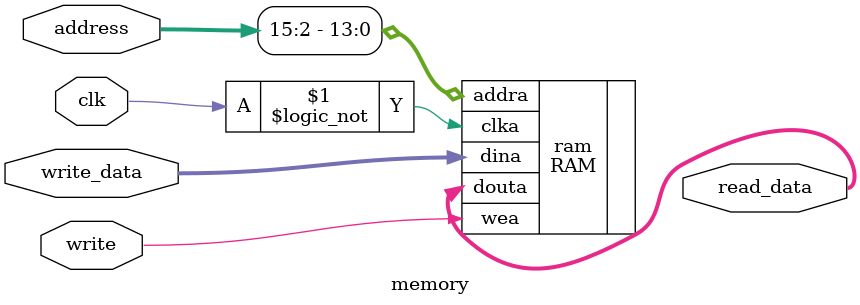
<source format=v>
module memory(
    input clk,
    input[31:0] address,
    input[31:0] write_data,
    input write,
    output[31:0] read_data
);

RAM ram (
    .clka(!clk),
    .wea(write),
    .addra(address[15:2]),
    .dina(write_data),
    .douta(read_data)
);

endmodule
</source>
